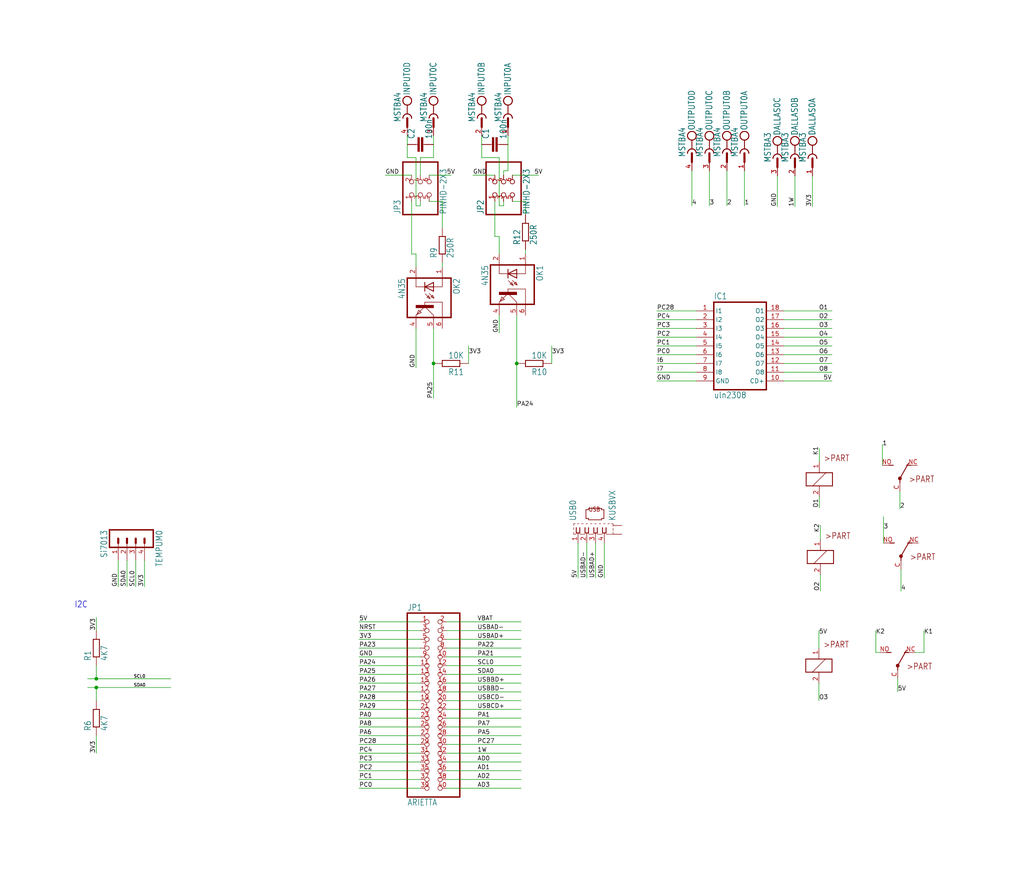
<source format=kicad_sch>
(kicad_sch (version 20220622) (generator eeschema)
  (paper "User" 297.002 253.568)
  (lib_symbols
    (symbol "py-home-slave-mini3-eagle-import:4N35"
      (property "Reference" "OK" (at -6.985 5.715 0))
      (property "Value" "4N35" (at -6.985 -10.16 0))
      (symbol "4N35_1_0"
        (polyline (pts (xy -7.62 2.54) (xy -4.445 2.54)) (stroke (width 0.1524)))
        (polyline (pts (xy -6.985 -7.62) (xy 4.445 -7.62)) (stroke (width 0.4064)))
        (polyline (pts (xy -6.985 5.08) (xy -6.985 -7.62)) (stroke (width 0.4064)))
        (polyline (pts (xy -6.985 5.08) (xy 4.445 5.08)) (stroke (width 0.4064)))
        (polyline (pts (xy -4.445 -5.08) (xy -7.62 -5.08)) (stroke (width 0.1524)))
        (polyline (pts (xy -4.445 -2.54) (xy -5.715 -2.54)) (stroke (width 0.254)))
        (polyline (pts (xy -4.445 -2.54) (xy -5.715 0)) (stroke (width 0.254)))
        (polyline (pts (xy -4.445 -2.54) (xy -4.445 -5.08)) (stroke (width 0.1524)))
        (polyline (pts (xy -4.445 0) (xy -5.715 0)) (stroke (width 0.254)))
        (polyline (pts (xy -4.445 0) (xy -4.445 -2.54)) (stroke (width 0.254)))
        (polyline (pts (xy -4.445 2.54) (xy -4.445 0)) (stroke (width 0.1524)))
        (polyline (pts (xy -3.175 -2.54) (xy -4.445 -2.54)) (stroke (width 0.254)))
        (polyline (pts (xy -3.175 0) (xy -4.445 -2.54)) (stroke (width 0.254)))
        (polyline (pts (xy -3.175 0) (xy -4.445 0)) (stroke (width 0.254)))
        (polyline (pts (xy -2.54 -1.27) (xy -1.143 0.127)) (stroke (width 0.1524)))
        (polyline (pts (xy -2.413 -2.413) (xy -1.016 -1.016)) (stroke (width 0.1524)))
        (polyline (pts (xy -2.032 -0.254) (xy -1.524 -0.762)) (stroke (width 0.1524)))
        (polyline (pts (xy -1.905 -1.397) (xy -1.397 -1.905)) (stroke (width 0.1524)))
        (polyline (pts (xy -1.524 -0.762) (xy -1.143 0.127)) (stroke (width 0.1524)))
        (polyline (pts (xy -1.397 -1.905) (xy -1.016 -1.016)) (stroke (width 0.1524)))
        (polyline (pts (xy -1.143 0.127) (xy -2.032 -0.254)) (stroke (width 0.1524)))
        (polyline (pts (xy -1.016 -1.016) (xy -1.905 -1.397)) (stroke (width 0.1524)))
        (polyline (pts (xy 0 -2.54) (xy 0 2.54)) (stroke (width 0.1524)))
        (polyline (pts (xy 0 -2.54) (xy 1.016 -2.54)) (stroke (width 0.1524)))
        (polyline (pts (xy 0 2.54) (xy 5.08 2.54)) (stroke (width 0.1524)))
        (polyline (pts (xy 1.27 -2.54) (xy 3.556 -4.826)) (stroke (width 0.1524)))
        (polyline (pts (xy 2.286 -4.318) (xy 3.048 -3.556)) (stroke (width 0.1524)))
        (polyline (pts (xy 3.048 -3.556) (xy 3.556 -4.826)) (stroke (width 0.1524)))
        (polyline (pts (xy 3.556 -4.826) (xy 2.286 -4.318)) (stroke (width 0.1524)))
        (polyline (pts (xy 3.556 -4.826) (xy 3.81 -5.08)) (stroke (width 0.1524)))
        (polyline (pts (xy 3.81 -5.08) (xy 5.08 -5.08)) (stroke (width 0.1524)))
        (polyline (pts (xy 3.81 0) (xy 1.27 -2.54)) (stroke (width 0.1524)))
        (polyline (pts (xy 3.81 0) (xy 5.08 0)) (stroke (width 0.1524)))
        (polyline (pts (xy 4.445 5.08) (xy 4.445 -7.62)) (stroke (width 0.4064)))
        (rectangle (start 0.889 -5.08) (end 1.651 0) (fill (type outline)))
        (pin passive line (at -10.16 2.54 0) (length 2.54) (name "A") (number "1"))
        (pin passive line (at -10.16 -5.08 0) (length 2.54) (name "C") (number "2"))
        (pin passive line (at 7.62 -5.08 180) (length 2.54) (name "EMI") (number "4"))
        (pin passive line (at 7.62 0 180) (length 2.54) (name "COL") (number "5"))
        (pin passive line (at 7.62 2.54 180) (length 2.54) (name "BAS") (number "6"))
      )
    )
    (symbol "py-home-slave-mini3-eagle-import:C2,5-3"
      (property "Reference" "C" (at 1.524 0.381 0))
      (property "Value" "C2,5-3" (at 1.524 -4.699 0))
      (symbol "C2,5-3_1_0"
        (rectangle (start -2.032 -2.032) (end 2.032 -1.524) (fill (type outline)))
        (rectangle (start -2.032 -1.016) (end 2.032 -0.508) (fill (type outline)))
        (polyline (pts (xy 0 -2.54) (xy 0 -2.032)) (stroke (width 0.1524)))
        (polyline (pts (xy 0 0) (xy 0 -0.508)) (stroke (width 0.1524)))
        (pin passive line (at 0 2.54 270) (length 2.54) (name "1") (number "1"))
        (pin passive line (at 0 -5.08 90) (length 2.54) (name "2") (number "2"))
      )
    )
    (symbol "py-home-slave-mini3-eagle-import:JS-M1"
      (symbol "JS-M1_1_0"
        (polyline (pts (xy -3.81 -1.905) (xy -1.905 -1.905)) (stroke (width 0.254)))
        (polyline (pts (xy -3.81 1.905) (xy -3.81 -1.905)) (stroke (width 0.254)))
        (polyline (pts (xy -1.905 -1.905) (xy 0 -1.905)) (stroke (width 0.254)))
        (polyline (pts (xy -1.905 -1.905) (xy 1.905 1.905)) (stroke (width 0.1524)))
        (polyline (pts (xy 0 -2.54) (xy 0 -1.905)) (stroke (width 0.1524)))
        (polyline (pts (xy 0 -1.905) (xy 3.81 -1.905)) (stroke (width 0.254)))
        (polyline (pts (xy 0 1.905) (xy -3.81 1.905)) (stroke (width 0.254)))
        (polyline (pts (xy 0 2.54) (xy 0 1.905)) (stroke (width 0.1524)))
        (polyline (pts (xy 1.905 1.905) (xy 0 1.905)) (stroke (width 0.254)))
        (polyline (pts (xy 3.81 -1.905) (xy 3.81 1.905)) (stroke (width 0.254)))
        (polyline (pts (xy 3.81 1.905) (xy 1.905 1.905)) (stroke (width 0.254)))
        (text ">PART" (at 1.27 5.08 0) (effects (font (size 1.778 1.5113)) (justify left bottom)))
        (pin passive line (at 0 5.08 270) (length 2.54) (name "1") (number "1"))
        (pin passive line (at 0 -5.08 90) (length 2.54) (name "2") (number "2"))
      )
      (symbol "JS-M1_2_0"
        (polyline (pts (xy -3.175 5.08) (xy -1.905 5.08)) (stroke (width 0.254)))
        (polyline (pts (xy 0 1.27) (xy 0 0)) (stroke (width 0.254)))
        (polyline (pts (xy 0 1.27) (xy 2.54 5.715)) (stroke (width 0.254)))
        (polyline (pts (xy 3.175 5.08) (xy 1.905 5.08)) (stroke (width 0.254)))
        (circle (center 0 1.27) (radius 0.127) (stroke (width 0.4064)))
        (text ">PART" (at 2.54 0 0) (effects (font (size 1.778 1.5113)) (justify left bottom)))
        (pin passive line (at 0 -2.54 90) (length 2.54) (name "P") (number "C"))
        (pin passive line (at 5.08 5.08 180) (length 2.54) (name "O") (number "NC"))
        (pin passive line (at -5.08 5.08 0) (length 2.54) (name "S") (number "NO"))
      )
    )
    (symbol "py-home-slave-mini3-eagle-import:KUSBVX"
      (property "Reference" "X" (at 1.27 5.588 0))
      (property "Value" "KUSBVX" (at 1.27 -5.842 0))
      (symbol "KUSBVX_1_0"
        (polyline (pts (xy -2.54 -5.08) (xy -1.905 -5.08)) (stroke (width 0.127)))
        (polyline (pts (xy -2.54 -3.048) (xy -2.54 -5.08)) (stroke (width 0.127)))
        (polyline (pts (xy -2.54 -2.54) (xy -2.159 -2.54)) (stroke (width 0.1524)))
        (polyline (pts (xy -2.54 -0.508) (xy -2.54 -2.032)) (stroke (width 0.127)))
        (polyline (pts (xy -2.54 0) (xy -2.159 0)) (stroke (width 0.1524)))
        (polyline (pts (xy -2.54 2.032) (xy -2.54 0.508)) (stroke (width 0.127)))
        (polyline (pts (xy -2.54 2.54) (xy -2.159 2.54)) (stroke (width 0.1524)))
        (polyline (pts (xy -2.54 4.572) (xy -2.54 3.048)) (stroke (width 0.127)))
        (polyline (pts (xy -2.54 5.08) (xy -2.159 5.08)) (stroke (width 0.1524)))
        (polyline (pts (xy -2.54 6.35) (xy -2.54 5.588)) (stroke (width 0.127)))
        (polyline (pts (xy -2.159 -3.048) (xy -0.635 -3.048)) (stroke (width 0.254)))
        (polyline (pts (xy -2.159 -2.54) (xy -2.159 -3.048)) (stroke (width 0.254)))
        (polyline (pts (xy -2.159 -2.032) (xy -2.159 -2.54)) (stroke (width 0.254)))
        (polyline (pts (xy -2.159 -0.508) (xy -0.635 -0.508)) (stroke (width 0.254)))
        (polyline (pts (xy -2.159 0) (xy -2.159 -0.508)) (stroke (width 0.254)))
        (polyline (pts (xy -2.159 0.508) (xy -2.159 0)) (stroke (width 0.254)))
        (polyline (pts (xy -2.159 2.032) (xy -0.635 2.032)) (stroke (width 0.254)))
        (polyline (pts (xy -2.159 2.54) (xy -2.159 2.032)) (stroke (width 0.254)))
        (polyline (pts (xy -2.159 3.048) (xy -2.159 2.54)) (stroke (width 0.254)))
        (polyline (pts (xy -2.159 4.572) (xy -0.635 4.572)) (stroke (width 0.254)))
        (polyline (pts (xy -2.159 5.08) (xy -2.159 4.572)) (stroke (width 0.254)))
        (polyline (pts (xy -2.159 5.588) (xy -2.159 5.08)) (stroke (width 0.254)))
        (polyline (pts (xy -1.905 6.35) (xy -2.54 6.35)) (stroke (width 0.127)))
        (polyline (pts (xy -1.524 -5.08) (xy -0.762 -5.08)) (stroke (width 0.127)))
        (polyline (pts (xy -0.635 -2.032) (xy -2.159 -2.032)) (stroke (width 0.254)))
        (polyline (pts (xy -0.635 0.508) (xy -2.159 0.508)) (stroke (width 0.254)))
        (polyline (pts (xy -0.635 3.048) (xy -2.159 3.048)) (stroke (width 0.254)))
        (polyline (pts (xy -0.635 5.588) (xy -2.159 5.588)) (stroke (width 0.254)))
        (polyline (pts (xy -0.635 6.35) (xy -1.27 6.35)) (stroke (width 0.127)))
        (polyline (pts (xy -0.254 -5.08) (xy 0.508 -5.08)) (stroke (width 0.127)))
        (polyline (pts (xy 0.508 -5.08) (xy 0.508 -4.572)) (stroke (width 0.127)))
        (polyline (pts (xy 0.508 -4.064) (xy 0.508 -3.556)) (stroke (width 0.127)))
        (polyline (pts (xy 0.508 -2.794) (xy 0.508 -2.286)) (stroke (width 0.127)))
        (polyline (pts (xy 0.508 -1.524) (xy 0.508 -1.016)) (stroke (width 0.127)))
        (polyline (pts (xy 0.508 -0.254) (xy 0.508 0.254)) (stroke (width 0.127)))
        (polyline (pts (xy 0.508 1.016) (xy 0.508 1.524)) (stroke (width 0.127)))
        (polyline (pts (xy 0.508 2.286) (xy 0.508 2.794)) (stroke (width 0.127)))
        (polyline (pts (xy 0.508 3.556) (xy 0.508 4.064)) (stroke (width 0.127)))
        (polyline (pts (xy 0.508 4.826) (xy 0.508 5.334)) (stroke (width 0.127)))
        (polyline (pts (xy 0.508 5.842) (xy 0.508 6.35)) (stroke (width 0.127)))
        (polyline (pts (xy 0.508 6.35) (xy 0 6.35)) (stroke (width 0.127)))
        (polyline (pts (xy 1.651 -1.778) (xy 2.032 -1.778)) (stroke (width 0.1998)))
        (polyline (pts (xy 1.651 2.032) (xy 1.651 -1.778)) (stroke (width 0.1998)))
        (polyline (pts (xy 2.032 -2.413) (xy 4.572 -2.413)) (stroke (width 0.1998)))
        (polyline (pts (xy 2.032 -1.778) (xy 2.032 -2.413)) (stroke (width 0.1998)))
        (polyline (pts (xy 2.032 2.032) (xy 1.651 2.032)) (stroke (width 0.1998)))
        (polyline (pts (xy 2.032 2.794) (xy 2.032 2.032)) (stroke (width 0.1998)))
        (polyline (pts (xy 4.572 -2.413) (xy 4.572 -1.778)) (stroke (width 0.1998)))
        (polyline (pts (xy 4.572 -1.778) (xy 4.953 -1.778)) (stroke (width 0.1998)))
        (polyline (pts (xy 4.572 2.032) (xy 4.572 2.794)) (stroke (width 0.1998)))
        (polyline (pts (xy 4.572 2.794) (xy 2.032 2.794)) (stroke (width 0.1998)))
        (polyline (pts (xy 4.953 -1.778) (xy 4.953 2.032)) (stroke (width 0.1998)))
        (polyline (pts (xy 4.953 2.032) (xy 4.572 2.032)) (stroke (width 0.1998)))
        (text "USB" (at 3.937 -1.397 900) (effects (font (size 1.27 1.0795)) (justify left bottom)))
        (pin passive line (at -5.08 5.08 0) (length 2.54) (name "1") (number "1"))
        (pin passive line (at -5.08 2.54 0) (length 2.54) (name "2") (number "2"))
        (pin passive line (at -5.08 0 0) (length 2.54) (name "3") (number "3"))
        (pin passive line (at -5.08 -2.54 0) (length 2.54) (name "4") (number "4"))
        (pin passive line (at -2.54 -7.62 90) (length 2.54) (name "S1") (number "M1"))
        (pin passive line (at 0 -7.62 90) (length 2.54) (name "S2") (number "M2"))
      )
    )
    (symbol "py-home-slave-mini3-eagle-import:MA04-1"
      (property "Reference" "SV" (at -1.27 5.842 0))
      (property "Value" "MA04-1" (at -1.27 -10.16 0))
      (symbol "MA04-1_1_0"
        (polyline (pts (xy -1.27 5.08) (xy -1.27 -7.62)) (stroke (width 0.4064)))
        (polyline (pts (xy -1.27 5.08) (xy 3.81 5.08)) (stroke (width 0.4064)))
        (polyline (pts (xy 1.27 -5.08) (xy 2.54 -5.08)) (stroke (width 0.6096)))
        (polyline (pts (xy 1.27 -2.54) (xy 2.54 -2.54)) (stroke (width 0.6096)))
        (polyline (pts (xy 1.27 0) (xy 2.54 0)) (stroke (width 0.6096)))
        (polyline (pts (xy 1.27 2.54) (xy 2.54 2.54)) (stroke (width 0.6096)))
        (polyline (pts (xy 3.81 -7.62) (xy -1.27 -7.62)) (stroke (width 0.4064)))
        (polyline (pts (xy 3.81 -7.62) (xy 3.81 5.08)) (stroke (width 0.4064)))
        (pin passive line (at 7.62 -5.08 180) (length 5.08) (name "1") (number "1"))
        (pin passive line (at 7.62 -2.54 180) (length 5.08) (name "2") (number "2"))
        (pin passive line (at 7.62 0 180) (length 5.08) (name "3") (number "3"))
        (pin passive line (at 7.62 2.54 180) (length 5.08) (name "4") (number "4"))
      )
    )
    (symbol "py-home-slave-mini3-eagle-import:MSTBA3"
      (property "Reference" "X" (at -6.604 0.889 0))
      (property "Value" "MSTBA3" (at -7.62 -3.81 0))
      (symbol "MSTBA3_1_0"
        (circle (center -5.08 0) (radius 1.27) (stroke (width 0.254)))
        (circle (center -5.08 0) (radius 1.27) (stroke (width 0.254)))
        (arc (start -1.27 0) (mid -0.898 -0.898) (end 0 -1.27) (stroke (width 0.254)))
        (polyline (pts (xy -3.81 0) (xy -1.27 0)) (stroke (width 0.254)))
        (polyline (pts (xy 0 0) (xy 2.54 0)) (stroke (width 0.6096)))
        (arc (start 0 1.27) (mid -0.898 0.898) (end -1.27 0) (stroke (width 0.254)))
        (arc (start 0 1.27) (mid -1.27 0) (end 0 -1.27) (stroke (width 0.254)))
        (pin passive line (at 5.08 0 180) (length 2.54) (name "1") (number "1"))
      )
      (symbol "MSTBA3_2_0"
        (circle (center -5.08 0) (radius 1.27) (stroke (width 0.254)))
        (circle (center -5.08 0) (radius 1.27) (stroke (width 0.254)))
        (arc (start -1.27 0) (mid -0.898 -0.898) (end 0 -1.27) (stroke (width 0.254)))
        (polyline (pts (xy -3.81 0) (xy -1.27 0)) (stroke (width 0.254)))
        (polyline (pts (xy 0 0) (xy 2.54 0)) (stroke (width 0.6096)))
        (arc (start 0 1.27) (mid -0.898 0.898) (end -1.27 0) (stroke (width 0.254)))
        (arc (start 0 1.27) (mid -1.27 0) (end 0 -1.27) (stroke (width 0.254)))
        (pin passive line (at 5.08 0 180) (length 2.54) (name "1") (number "2"))
      )
      (symbol "MSTBA3_3_0"
        (circle (center -5.08 0) (radius 1.27) (stroke (width 0.254)))
        (circle (center -5.08 0) (radius 1.27) (stroke (width 0.254)))
        (arc (start -1.27 0) (mid -0.898 -0.898) (end 0 -1.27) (stroke (width 0.254)))
        (polyline (pts (xy -3.81 0) (xy -1.27 0)) (stroke (width 0.254)))
        (polyline (pts (xy 0 0) (xy 2.54 0)) (stroke (width 0.6096)))
        (arc (start 0 1.27) (mid -0.898 0.898) (end -1.27 0) (stroke (width 0.254)))
        (arc (start 0 1.27) (mid -1.27 0) (end 0 -1.27) (stroke (width 0.254)))
        (pin passive line (at 5.08 0 180) (length 2.54) (name "1") (number "3"))
      )
    )
    (symbol "py-home-slave-mini3-eagle-import:MSTBA4"
      (property "Reference" "X" (at -6.604 0.889 0))
      (property "Value" "MSTBA4" (at -7.62 -3.81 0))
      (symbol "MSTBA4_1_0"
        (circle (center -5.08 0) (radius 1.27) (stroke (width 0.254)))
        (circle (center -5.08 0) (radius 1.27) (stroke (width 0.254)))
        (arc (start -1.27 0) (mid -0.898 -0.898) (end 0 -1.27) (stroke (width 0.254)))
        (polyline (pts (xy -3.81 0) (xy -1.27 0)) (stroke (width 0.254)))
        (polyline (pts (xy 0 0) (xy 2.54 0)) (stroke (width 0.6096)))
        (arc (start 0 1.27) (mid -0.898 0.898) (end -1.27 0) (stroke (width 0.254)))
        (arc (start 0 1.27) (mid -1.27 0) (end 0 -1.27) (stroke (width 0.254)))
        (pin passive line (at 5.08 0 180) (length 2.54) (name "1") (number "1"))
      )
      (symbol "MSTBA4_2_0"
        (circle (center -5.08 0) (radius 1.27) (stroke (width 0.254)))
        (circle (center -5.08 0) (radius 1.27) (stroke (width 0.254)))
        (arc (start -1.27 0) (mid -0.898 -0.898) (end 0 -1.27) (stroke (width 0.254)))
        (polyline (pts (xy -3.81 0) (xy -1.27 0)) (stroke (width 0.254)))
        (polyline (pts (xy 0 0) (xy 2.54 0)) (stroke (width 0.6096)))
        (arc (start 0 1.27) (mid -0.898 0.898) (end -1.27 0) (stroke (width 0.254)))
        (arc (start 0 1.27) (mid -1.27 0) (end 0 -1.27) (stroke (width 0.254)))
        (pin passive line (at 5.08 0 180) (length 2.54) (name "1") (number "2"))
      )
      (symbol "MSTBA4_3_0"
        (circle (center -5.08 0) (radius 1.27) (stroke (width 0.254)))
        (circle (center -5.08 0) (radius 1.27) (stroke (width 0.254)))
        (arc (start -1.27 0) (mid -0.898 -0.898) (end 0 -1.27) (stroke (width 0.254)))
        (polyline (pts (xy -3.81 0) (xy -1.27 0)) (stroke (width 0.254)))
        (polyline (pts (xy 0 0) (xy 2.54 0)) (stroke (width 0.6096)))
        (arc (start 0 1.27) (mid -0.898 0.898) (end -1.27 0) (stroke (width 0.254)))
        (arc (start 0 1.27) (mid -1.27 0) (end 0 -1.27) (stroke (width 0.254)))
        (pin passive line (at 5.08 0 180) (length 2.54) (name "1") (number "3"))
      )
      (symbol "MSTBA4_4_0"
        (circle (center -5.08 0) (radius 1.27) (stroke (width 0.254)))
        (circle (center -5.08 0) (radius 1.27) (stroke (width 0.254)))
        (arc (start -1.27 0) (mid -0.898 -0.898) (end 0 -1.27) (stroke (width 0.254)))
        (polyline (pts (xy -3.81 0) (xy -1.27 0)) (stroke (width 0.254)))
        (polyline (pts (xy 0 0) (xy 2.54 0)) (stroke (width 0.6096)))
        (arc (start 0 1.27) (mid -0.898 0.898) (end -1.27 0) (stroke (width 0.254)))
        (arc (start 0 1.27) (mid -1.27 0) (end 0 -1.27) (stroke (width 0.254)))
        (pin passive line (at 5.08 0 180) (length 2.54) (name "1") (number "4"))
      )
    )
    (symbol "py-home-slave-mini3-eagle-import:PINHD-2X20"
      (property "Reference" "JP" (at -6.35 26.035 0))
      (property "Value" "PINHD-2X20" (at -6.35 -30.48 0))
      (symbol "PINHD-2X20_1_0"
        (polyline (pts (xy -6.35 -27.94) (xy 8.89 -27.94)) (stroke (width 0.4064)))
        (polyline (pts (xy -6.35 25.4) (xy -6.35 -27.94)) (stroke (width 0.4064)))
        (polyline (pts (xy 8.89 -27.94) (xy 8.89 25.4)) (stroke (width 0.4064)))
        (polyline (pts (xy 8.89 25.4) (xy -6.35 25.4)) (stroke (width 0.4064)))
        (pin passive inverted (at -2.54 22.86 0) (length 2.54) (name "1") (number "1"))
        (pin passive inverted (at 5.08 12.7 180) (length 2.54) (name "10") (number "10"))
        (pin passive inverted (at -2.54 10.16 0) (length 2.54) (name "11") (number "11"))
        (pin passive inverted (at 5.08 10.16 180) (length 2.54) (name "12") (number "12"))
        (pin passive inverted (at -2.54 7.62 0) (length 2.54) (name "13") (number "13"))
        (pin passive inverted (at 5.08 7.62 180) (length 2.54) (name "14") (number "14"))
        (pin passive inverted (at -2.54 5.08 0) (length 2.54) (name "15") (number "15"))
        (pin passive inverted (at 5.08 5.08 180) (length 2.54) (name "16") (number "16"))
        (pin passive inverted (at -2.54 2.54 0) (length 2.54) (name "17") (number "17"))
        (pin passive inverted (at 5.08 2.54 180) (length 2.54) (name "18") (number "18"))
        (pin passive inverted (at -2.54 0 0) (length 2.54) (name "19") (number "19"))
        (pin passive inverted (at 5.08 22.86 180) (length 2.54) (name "2") (number "2"))
        (pin passive inverted (at 5.08 0 180) (length 2.54) (name "20") (number "20"))
        (pin passive inverted (at -2.54 -2.54 0) (length 2.54) (name "21") (number "21"))
        (pin passive inverted (at 5.08 -2.54 180) (length 2.54) (name "22") (number "22"))
        (pin passive inverted (at -2.54 -5.08 0) (length 2.54) (name "23") (number "23"))
        (pin passive inverted (at 5.08 -5.08 180) (length 2.54) (name "24") (number "24"))
        (pin passive inverted (at -2.54 -7.62 0) (length 2.54) (name "25") (number "25"))
        (pin passive inverted (at 5.08 -7.62 180) (length 2.54) (name "26") (number "26"))
        (pin passive inverted (at -2.54 -10.16 0) (length 2.54) (name "27") (number "27"))
        (pin passive inverted (at 5.08 -10.16 180) (length 2.54) (name "28") (number "28"))
        (pin passive inverted (at -2.54 -12.7 0) (length 2.54) (name "29") (number "29"))
        (pin passive inverted (at -2.54 20.32 0) (length 2.54) (name "3") (number "3"))
        (pin passive inverted (at 5.08 -12.7 180) (length 2.54) (name "30") (number "30"))
        (pin passive inverted (at -2.54 -15.24 0) (length 2.54) (name "31") (number "31"))
        (pin passive inverted (at 5.08 -15.24 180) (length 2.54) (name "32") (number "32"))
        (pin passive inverted (at -2.54 -17.78 0) (length 2.54) (name "33") (number "33"))
        (pin passive inverted (at 5.08 -17.78 180) (length 2.54) (name "34") (number "34"))
        (pin passive inverted (at -2.54 -20.32 0) (length 2.54) (name "35") (number "35"))
        (pin passive inverted (at 5.08 -20.32 180) (length 2.54) (name "36") (number "36"))
        (pin passive inverted (at -2.54 -22.86 0) (length 2.54) (name "37") (number "37"))
        (pin passive inverted (at 5.08 -22.86 180) (length 2.54) (name "38") (number "38"))
        (pin passive inverted (at -2.54 -25.4 0) (length 2.54) (name "39") (number "39"))
        (pin passive inverted (at 5.08 20.32 180) (length 2.54) (name "4") (number "4"))
        (pin passive inverted (at 5.08 -25.4 180) (length 2.54) (name "40") (number "40"))
        (pin passive inverted (at -2.54 17.78 0) (length 2.54) (name "5") (number "5"))
        (pin passive inverted (at 5.08 17.78 180) (length 2.54) (name "6") (number "6"))
        (pin passive inverted (at -2.54 15.24 0) (length 2.54) (name "7") (number "7"))
        (pin passive inverted (at 5.08 15.24 180) (length 2.54) (name "8") (number "8"))
        (pin passive inverted (at -2.54 12.7 0) (length 2.54) (name "9") (number "9"))
      )
    )
    (symbol "py-home-slave-mini3-eagle-import:PINHD-2X3"
      (property "Reference" "JP" (at -6.35 5.715 0))
      (property "Value" "PINHD-2X3" (at -6.35 -7.62 0))
      (symbol "PINHD-2X3_1_0"
        (polyline (pts (xy -6.35 -5.08) (xy 8.89 -5.08)) (stroke (width 0.4064)))
        (polyline (pts (xy -6.35 5.08) (xy -6.35 -5.08)) (stroke (width 0.4064)))
        (polyline (pts (xy 8.89 -5.08) (xy 8.89 5.08)) (stroke (width 0.4064)))
        (polyline (pts (xy 8.89 5.08) (xy -6.35 5.08)) (stroke (width 0.4064)))
        (pin passive inverted (at -2.54 2.54 0) (length 2.54) (name "1") (number "1"))
        (pin passive inverted (at 5.08 2.54 180) (length 2.54) (name "2") (number "2"))
        (pin passive inverted (at -2.54 0 0) (length 2.54) (name "3") (number "3"))
        (pin passive inverted (at 5.08 0 180) (length 2.54) (name "4") (number "4"))
        (pin passive inverted (at -2.54 -2.54 0) (length 2.54) (name "5") (number "5"))
        (pin passive inverted (at 5.08 -2.54 180) (length 2.54) (name "6") (number "6"))
      )
    )
    (symbol "py-home-slave-mini3-eagle-import:R-EU_0204{slash}2V"
      (property "Reference" "R" (at -3.81 1.4986 0))
      (property "Value" "R-EU_0204{slash}2V" (at -3.81 -3.302 0))
      (symbol "R-EU_0204{slash}2V_1_0"
        (polyline (pts (xy -2.54 -0.889) (xy -2.54 0.889)) (stroke (width 0.254)))
        (polyline (pts (xy -2.54 -0.889) (xy 2.54 -0.889)) (stroke (width 0.254)))
        (polyline (pts (xy 2.54 -0.889) (xy 2.54 0.889)) (stroke (width 0.254)))
        (polyline (pts (xy 2.54 0.889) (xy -2.54 0.889)) (stroke (width 0.254)))
        (pin passive line (at -5.08 0 0) (length 2.54) (name "1") (number "1"))
        (pin passive line (at 5.08 0 180) (length 2.54) (name "2") (number "2"))
      )
    )
    (symbol "py-home-slave-mini3-eagle-import:ULN2803A"
      (property "Reference" "IC" (at -7.62 13.462 0))
      (property "Value" "ULN2803A" (at -7.62 -15.24 0))
      (symbol "ULN2803A_1_0"
        (polyline (pts (xy -7.62 12.7) (xy -7.62 -12.7)) (stroke (width 0.4064)))
        (polyline (pts (xy -7.62 12.7) (xy 7.62 12.7)) (stroke (width 0.4064)))
        (polyline (pts (xy 7.62 -12.7) (xy -7.62 -12.7)) (stroke (width 0.4064)))
        (polyline (pts (xy 7.62 -12.7) (xy 7.62 12.7)) (stroke (width 0.4064)))
        (pin input line (at -12.7 10.16 0) (length 5.08) (name "I1") (number "1"))
        (pin passive line (at 12.7 -10.16 180) (length 5.08) (name "CD+") (number "10"))
        (pin open_collector line (at 12.7 -7.62 180) (length 5.08) (name "O8") (number "11"))
        (pin open_collector line (at 12.7 -5.08 180) (length 5.08) (name "O7") (number "12"))
        (pin open_collector line (at 12.7 -2.54 180) (length 5.08) (name "O6") (number "13"))
        (pin open_collector line (at 12.7 0 180) (length 5.08) (name "O5") (number "14"))
        (pin open_collector line (at 12.7 2.54 180) (length 5.08) (name "O4") (number "15"))
        (pin open_collector line (at 12.7 5.08 180) (length 5.08) (name "O3") (number "16"))
        (pin open_collector line (at 12.7 7.62 180) (length 5.08) (name "O2") (number "17"))
        (pin open_collector line (at 12.7 10.16 180) (length 5.08) (name "O1") (number "18"))
        (pin input line (at -12.7 7.62 0) (length 5.08) (name "I2") (number "2"))
        (pin input line (at -12.7 5.08 0) (length 5.08) (name "I3") (number "3"))
        (pin input line (at -12.7 2.54 0) (length 5.08) (name "I4") (number "4"))
        (pin input line (at -12.7 0 0) (length 5.08) (name "I5") (number "5"))
        (pin input line (at -12.7 -2.54 0) (length 5.08) (name "I6") (number "6"))
        (pin input line (at -12.7 -5.08 0) (length 5.08) (name "I7") (number "7"))
        (pin input line (at -12.7 -7.62 0) (length 5.08) (name "I8") (number "8"))
        (pin power_in line (at -12.7 -10.16 0) (length 5.08) (name "GND") (number "9"))
      )
    )
  )
  (junction (at 27.94 196.85))
  (junction (at 149.86 105.41))
  (junction (at 27.94 199.39))
  (junction (at 125.73 105.41))
  (wire (pts (xy 237.9345 156.464) (xy 237.9345 152.3365)))
  (wire (pts (xy 225.4631 51.0286) (xy 225.4631 59.9186)))
  (wire (pts (xy 128.27 77.47) (xy 128.27 76.2)))
  (wire (pts (xy 125.73 45.72) (xy 125.73 41.91)))
  (wire (pts (xy 121.92 187.96) (xy 104.14 187.96)))
  (wire (pts (xy 124.46 58.42) (xy 128.27 58.42)))
  (wire (pts (xy 147.32 41.91) (xy 147.32 49.53)))
  (wire (pts (xy 227.33 92.71) (xy 241.3 92.71)))
  (wire (pts (xy 119.38 73.66) (xy 120.65 73.66)))
  (wire (pts (xy 121.92 213.36) (xy 104.14 213.36)))
  (wire (pts (xy 261.3025 165.1) (xy 261.3025 171.45)))
  (wire (pts (xy 139.7 39.37) (xy 139.7 41.91)))
  (wire (pts (xy 237.9345 166.624) (xy 237.9345 171.3865)))
  (wire (pts (xy 121.92 59.69) (xy 121.92 58.42)))
  (wire (pts (xy 121.92 193.04) (xy 104.14 193.04)))
  (wire (pts (xy 49.53 196.85) (xy 27.94 196.85)))
  (wire (pts (xy 255.905 134.9375) (xy 255.905 128.905)))
  (wire (pts (xy 129.54 187.96) (xy 151.13 187.96)))
  (wire (pts (xy 121.92 45.72) (xy 125.73 45.72)))
  (wire (pts (xy 129.54 182.88) (xy 151.13 182.88)))
  (wire (pts (xy 152.4 58.42) (xy 152.4 62.23)))
  (wire (pts (xy 143.51 58.42) (xy 143.51 68.58)))
  (wire (pts (xy 129.54 193.04) (xy 151.13 193.04)))
  (wire (pts (xy 230.5431 51.0286) (xy 230.5431 59.9186)))
  (wire (pts (xy 27.94 196.85) (xy 25.4 196.85)))
  (wire (pts (xy 147.32 49.53) (xy 146.05 49.53)))
  (wire (pts (xy 129.54 205.74) (xy 151.13 205.74)))
  (wire (pts (xy 227.33 100.33) (xy 241.3 100.33)))
  (wire (pts (xy 124.46 50.8) (xy 130.81 50.8)))
  (wire (pts (xy 120.65 59.69) (xy 121.92 59.69)))
  (wire (pts (xy 129.54 223.52) (xy 151.13 223.52)))
  (wire (pts (xy 144.78 59.69) (xy 146.05 59.69)))
  (wire (pts (xy 201.93 110.49) (xy 190.5 110.49)))
  (wire (pts (xy 129.54 198.12) (xy 151.13 198.12)))
  (wire (pts (xy 129.54 208.28) (xy 151.13 208.28)))
  (wire (pts (xy 121.92 195.58) (xy 104.14 195.58)))
  (wire (pts (xy 121.92 215.9) (xy 104.14 215.9)))
  (wire (pts (xy 237.617 144.0815) (xy 237.617 147.2565)))
  (wire (pts (xy 210.82 49.53) (xy 210.82 59.69)))
  (wire (pts (xy 235.6231 51.0286) (xy 235.6231 59.9186)))
  (wire (pts (xy 121.92 228.6) (xy 104.14 228.6)))
  (wire (pts (xy 201.93 92.71) (xy 190.5 92.71)))
  (wire (pts (xy 119.38 58.42) (xy 119.38 73.66)))
  (wire (pts (xy 160.02 105.41) (xy 160.02 100.33)))
  (wire (pts (xy 227.33 105.41) (xy 241.3 105.41)))
  (wire (pts (xy 121.92 200.66) (xy 104.14 200.66)))
  (wire (pts (xy 121.92 205.74) (xy 104.14 205.74)))
  (wire (pts (xy 119.38 50.8) (xy 111.76 50.8)))
  (wire (pts (xy 227.33 95.25) (xy 241.3 95.25)))
  (wire (pts (xy 121.92 220.98) (xy 104.14 220.98)))
  (wire (pts (xy 147.32 39.37) (xy 147.32 41.91)))
  (wire (pts (xy 254 189.23) (xy 254 182.88)))
  (wire (pts (xy 237.49 198.12) (xy 237.49 203.2)))
  (wire (pts (xy 200.66 49.53) (xy 200.66 59.69)))
  (wire (pts (xy 121.92 208.28) (xy 104.14 208.28)))
  (wire (pts (xy 201.93 107.95) (xy 190.5 107.95)))
  (wire (pts (xy 129.54 200.66) (xy 151.13 200.66)))
  (wire (pts (xy 128.27 58.42) (xy 128.27 66.04)))
  (wire (pts (xy 120.65 73.66) (xy 120.65 77.47)))
  (wire (pts (xy 255.27 189.23) (xy 254 189.23)))
  (wire (pts (xy 121.92 50.8) (xy 121.92 45.72)))
  (wire (pts (xy 121.92 180.34) (xy 104.14 180.34)))
  (wire (pts (xy 201.93 97.79) (xy 190.5 97.79)))
  (wire (pts (xy 121.92 226.06) (xy 104.14 226.06)))
  (wire (pts (xy 27.94 182.88) (xy 27.94 179.07)))
  (wire (pts (xy 146.05 49.53) (xy 146.05 50.8)))
  (wire (pts (xy 120.65 95.25) (xy 120.65 106.68)))
  (wire (pts (xy 201.93 102.87) (xy 190.5 102.87)))
  (wire (pts (xy 237.49 187.96) (xy 237.49 182.88)))
  (wire (pts (xy 129.54 218.44) (xy 151.13 218.44)))
  (wire (pts (xy 149.86 105.41) (xy 149.86 118.11)))
  (wire (pts (xy 260.35 196.85) (xy 260.35 200.66)))
  (wire (pts (xy 118.11 41.91) (xy 118.11 45.72)))
  (wire (pts (xy 125.73 105.41) (xy 125.73 115.57)))
  (wire (pts (xy 129.54 180.34) (xy 151.13 180.34)))
  (wire (pts (xy 260.985 142.5575) (xy 260.985 147.6375)))
  (wire (pts (xy 256.2225 157.48) (xy 256.2225 149.86)))
  (wire (pts (xy 27.94 213.36) (xy 27.94 218.44)))
  (wire (pts (xy 227.33 107.95) (xy 241.3 107.95)))
  (wire (pts (xy 41.91 162.56) (xy 41.91 170.18)))
  (wire (pts (xy 129.54 195.58) (xy 151.13 195.58)))
  (wire (pts (xy 27.94 193.04) (xy 27.94 196.85)))
  (wire (pts (xy 152.4 73.66) (xy 152.4 72.39)))
  (wire (pts (xy 129.54 210.82) (xy 151.13 210.82)))
  (wire (pts (xy 139.7 45.72) (xy 144.78 45.72)))
  (wire (pts (xy 265.43 189.23) (xy 267.97 189.23)))
  (wire (pts (xy 227.33 110.49) (xy 241.3 110.49)))
  (wire (pts (xy 144.78 68.58) (xy 144.78 73.66)))
  (wire (pts (xy 36.83 162.56) (xy 36.83 170.18)))
  (wire (pts (xy 215.9 49.53) (xy 215.9 59.69)))
  (wire (pts (xy 129.54 228.6) (xy 151.13 228.6)))
  (wire (pts (xy 27.94 203.2) (xy 27.94 199.39)))
  (wire (pts (xy 201.93 95.25) (xy 190.5 95.25)))
  (wire (pts (xy 148.59 58.42) (xy 152.4 58.42)))
  (wire (pts (xy 49.53 199.39) (xy 27.94 199.39)))
  (wire (pts (xy 121.92 203.2) (xy 104.14 203.2)))
  (wire (pts (xy 227.33 90.17) (xy 241.3 90.17)))
  (wire (pts (xy 267.97 189.23) (xy 267.97 182.88)))
  (wire (pts (xy 27.94 199.39) (xy 25.4 199.39)))
  (wire (pts (xy 129.54 220.98) (xy 151.13 220.98)))
  (wire (pts (xy 201.93 105.41) (xy 190.5 105.41)))
  (wire (pts (xy 143.51 68.58) (xy 144.78 68.58)))
  (wire (pts (xy 129.54 226.06) (xy 151.13 226.06)))
  (wire (pts (xy 167.64 157.48) (xy 167.64 167.64)))
  (wire (pts (xy 121.92 190.5) (xy 104.14 190.5)))
  (wire (pts (xy 34.29 162.56) (xy 34.29 170.18)))
  (wire (pts (xy 129.54 185.42) (xy 151.13 185.42)))
  (wire (pts (xy 121.92 223.52) (xy 104.14 223.52)))
  (wire (pts (xy 129.54 215.9) (xy 151.13 215.9)))
  (wire (pts (xy 135.89 105.41) (xy 135.89 100.33)))
  (wire (pts (xy 205.74 49.53) (xy 205.74 59.69)))
  (wire (pts (xy 146.05 59.69) (xy 146.05 58.42)))
  (wire (pts (xy 201.93 100.33) (xy 190.5 100.33)))
  (wire (pts (xy 170.18 157.48) (xy 170.18 167.64)))
  (wire (pts (xy 201.93 90.17) (xy 190.5 90.17)))
  (wire (pts (xy 144.78 91.44) (xy 144.78 96.52)))
  (wire (pts (xy 139.7 41.91) (xy 139.7 45.72)))
  (wire (pts (xy 121.92 218.44) (xy 104.14 218.44)))
  (wire (pts (xy 227.33 102.87) (xy 241.3 102.87)))
  (wire (pts (xy 121.92 198.12) (xy 104.14 198.12)))
  (wire (pts (xy 120.65 45.72) (xy 120.65 59.69)))
  (wire (pts (xy 144.78 45.72) (xy 144.78 59.69)))
  (wire (pts (xy 149.86 91.44) (xy 149.86 105.41)))
  (wire (pts (xy 237.617 133.9215) (xy 237.617 130.1115)))
  (wire (pts (xy 125.73 41.91) (xy 125.73 39.37)))
  (wire (pts (xy 118.11 39.37) (xy 118.11 41.91)))
  (wire (pts (xy 121.92 185.42) (xy 104.14 185.42)))
  (wire (pts (xy 118.11 45.72) (xy 120.65 45.72)))
  (wire (pts (xy 143.51 50.8) (xy 137.16 50.8)))
  (wire (pts (xy 121.92 210.82) (xy 104.14 210.82)))
  (wire (pts (xy 39.37 162.56) (xy 39.37 170.18)))
  (wire (pts (xy 129.54 203.2) (xy 151.13 203.2)))
  (wire (pts (xy 129.54 213.36) (xy 151.13 213.36)))
  (wire (pts (xy 227.33 97.79) (xy 241.3 97.79)))
  (wire (pts (xy 121.92 182.88) (xy 104.14 182.88)))
  (wire (pts (xy 175.26 157.48) (xy 175.26 167.64)))
  (wire (pts (xy 148.59 50.8) (xy 156.21 50.8)))
  (wire (pts (xy 129.54 190.5) (xy 151.13 190.5)))
  (wire (pts (xy 172.72 157.48) (xy 172.72 167.64)))
  (wire (pts (xy 125.73 95.25) (xy 125.73 105.41)))
  (text "I2C" (at 21.59 176.53 0) (effects (font (size 1.778 1.5113)) (justify left bottom)))
  (label "O5" (at 237.49 100.33 0) (effects (font (size 1.2446 1.2446))))
  (label "USBBD+" (at 138.43 198.12 0) (effects (font (size 1.2446 1.2446))))
  (label "GND" (at 111.76 50.8 0) (effects (font (size 1.2446 1.2446))))
  (label "PC0" (at 104.14 228.6 0) (effects (font (size 1.2446 1.2446))))
  (label "K2" (at 237.9345 154.4003 90) (effects (font (size 1.2446 1.2446))))
  (label "USBAD+" (at 172.72 167.64 90) (effects (font (size 1.2446 1.2446))))
  (label "1W" (at 138.43 218.44 0) (effects (font (size 1.2446 1.2446))))
  (label "PA29" (at 104.14 205.74 0) (effects (font (size 1.2446 1.2446))))
  (label "O1" (at 237.617 147.2565 90) (effects (font (size 1.2446 1.2446))))
  (label "O8" (at 237.49 107.95 0) (effects (font (size 1.2446 1.2446))))
  (label "PA8" (at 104.14 210.82 0) (effects (font (size 1.2446 1.2446))))
  (label "SDA0" (at 138.43 195.58 0) (effects (font (size 1.2446 1.2446))))
  (label "PA24" (at 104.14 193.04 0) (effects (font (size 1.2446 1.2446))))
  (label "PC2" (at 104.14 223.52 0) (effects (font (size 1.2446 1.2446))))
  (label "O7" (at 237.49 105.41 0) (effects (font (size 1.2446 1.2446))))
  (label "GND" (at 104.14 190.5 0) (effects (font (size 1.2446 1.2446))))
  (label "GND" (at 137.16 50.8 0) (effects (font (size 1.2446 1.2446))))
  (label "5V" (at 237.49 184.15 0) (effects (font (size 1.2446 1.2446))))
  (label "PA0" (at 104.14 208.28 0) (effects (font (size 1.2446 1.2446))))
  (label "PA22" (at 138.43 187.96 0) (effects (font (size 1.2446 1.2446))))
  (label "SCL0" (at 39.37 170.18 90) (effects (font (size 1.2446 1.2446))))
  (label "PC1" (at 190.5 100.33 0) (effects (font (size 1.2446 1.2446))))
  (label "3" (at 256.2225 153.67 0) (effects (font (size 1.2446 1.2446))))
  (label "PC28" (at 104.14 215.9 0) (effects (font (size 1.2446 1.2446))))
  (label "K2" (at 254 184.15 0) (effects (font (size 1.2446 1.2446))))
  (label "GND" (at 34.29 170.18 90) (effects (font (size 1.2446 1.2446))))
  (label "SDA0" (at 36.83 170.18 90) (effects (font (size 1.2446 1.2446))))
  (label "4" (at 261.3025 171.45 0) (effects (font (size 1.2446 1.2446))))
  (label "5V" (at 238.76 110.49 0) (effects (font (size 1.2446 1.2446))))
  (label "PA25" (at 125.73 115.57 90) (effects (font (size 1.2446 1.2446))))
  (label "VBAT" (at 138.43 180.34 0) (effects (font (size 1.2446 1.2446))))
  (label "PA7" (at 138.43 210.82 0) (effects (font (size 1.2446 1.2446))))
  (label "PC27" (at 138.43 215.9 0) (effects (font (size 1.2446 1.2446))))
  (label "1W" (at 230.5431 59.9186 90) (effects (font (size 1.2446 1.2446))))
  (label "PA23" (at 104.14 187.96 0) (effects (font (size 1.2446 1.2446))))
  (label "PC4" (at 104.14 218.44 0) (effects (font (size 1.2446 1.2446))))
  (label "5V" (at 154.94 50.8 0) (effects (font (size 1.2446 1.2446))))
  (label "USBBD-" (at 138.43 200.66 0) (effects (font (size 1.2446 1.2446))))
  (label "PA27" (at 104.14 200.66 0) (effects (font (size 1.2446 1.2446))))
  (label "USBAD-" (at 138.43 182.88 0) (effects (font (size 1.2446 1.2446))))
  (label "USBAD-" (at 170.18 167.64 90) (effects (font (size 1.2446 1.2446))))
  (label "O2" (at 237.9345 171.3865 90) (effects (font (size 1.2446 1.2446))))
  (label "SCL0" (at 138.43 193.04 0) (effects (font (size 1.2446 1.2446))))
  (label "AD2" (at 138.43 226.06 0) (effects (font (size 1.2446 1.2446))))
  (label "AD1" (at 138.43 223.52 0) (effects (font (size 1.2446 1.2446))))
  (label "3" (at 205.74 59.69 0) (effects (font (size 1.2446 1.2446))))
  (label "O6" (at 237.49 102.87 0) (effects (font (size 1.2446 1.2446))))
  (label "5V" (at 104.14 180.34 0) (effects (font (size 1.2446 1.2446))))
  (label "USBAD+" (at 138.43 185.42 0) (effects (font (size 1.2446 1.2446))))
  (label "3V3" (at 235.6231 59.9186 90) (effects (font (size 1.2446 1.2446))))
  (label "3V3" (at 160.02 102.87 0) (effects (font (size 1.2446 1.2446))))
  (label "O2" (at 237.49 92.71 0) (effects (font (size 1.2446 1.2446))))
  (label "O1" (at 237.49 90.17 0) (effects (font (size 1.2446 1.2446))))
  (label "PC3" (at 190.5 95.25 0) (effects (font (size 1.2446 1.2446))))
  (label "1" (at 255.905 129.54 0) (effects (font (size 1.2446 1.2446))))
  (label "3V3" (at 104.14 185.42 0) (effects (font (size 1.2446 1.2446))))
  (label "5V" (at 260.35 200.66 0) (effects (font (size 1.2446 1.2446))))
  (label "3V3" (at 135.89 102.87 0) (effects (font (size 1.2446 1.2446))))
  (label "K1" (at 267.97 184.15 0) (effects (font (size 1.2446 1.2446))))
  (label "O3" (at 237.49 95.25 0) (effects (font (size 1.2446 1.2446))))
  (label "5V" (at 167.64 167.64 90) (effects (font (size 1.2446 1.2446))))
  (label "PA25" (at 104.14 195.58 0) (effects (font (size 1.2446 1.2446))))
  (label "4" (at 200.66 59.69 0) (effects (font (size 1.2446 1.2446))))
  (label "GND" (at 120.65 106.68 90) (effects (font (size 1.2446 1.2446))))
  (label "O3" (at 237.49 203.2 0) (effects (font (size 1.2446 1.2446))))
  (label "GND" (at 144.78 96.52 90) (effects (font (size 1.2446 1.2446))))
  (label "PA6" (at 104.14 213.36 0) (effects (font (size 1.2446 1.2446))))
  (label "PC2" (at 190.5 97.79 0) (effects (font (size 1.2446 1.2446))))
  (label "2" (at 210.82 59.69 0) (effects (font (size 1.2446 1.2446))))
  (label "1" (at 215.9 59.69 0) (effects (font (size 1.2446 1.2446))))
  (label "USBCD+" (at 138.43 205.74 0) (effects (font (size 1.2446 1.2446))))
  (label "NRST" (at 104.14 182.88 0) (effects (font (size 1.2446 1.2446))))
  (label "SCL0" (at 38.735 196.85 0) (effects (font (size 0.889 0.889))))
  (label "SDA0" (at 38.735 199.39 0) (effects (font (size 0.889 0.889))))
  (label "PC28" (at 190.5 90.17 0) (effects (font (size 1.2446 1.2446))))
  (label "GND" (at 225.4631 59.9186 90) (effects (font (size 1.2446 1.2446))))
  (label "3V3" (at 27.94 182.88 90) (effects (font (size 1.2446 1.2446))))
  (label "O4" (at 237.49 97.79 0) (effects (font (size 1.2446 1.2446))))
  (label "PA1" (at 138.43 208.28 0) (effects (font (size 1.2446 1.2446))))
  (label "PC1" (at 104.14 226.06 0) (effects (font (size 1.2446 1.2446))))
  (label "PA21" (at 138.43 190.5 0) (effects (font (size 1.2446 1.2446))))
  (label "AD0" (at 138.43 220.98 0) (effects (font (size 1.2446 1.2446))))
  (label "PC0" (at 190.5 102.87 0) (effects (font (size 1.2446 1.2446))))
  (label "I7" (at 190.5 107.95 0) (effects (font (size 1.2446 1.2446))))
  (label "3V3" (at 27.94 218.44 90) (effects (font (size 1.2446 1.2446))))
  (label "2" (at 260.985 147.6375 0) (effects (font (size 1.2446 1.2446))))
  (label "PA24" (at 149.86 118.11 0) (effects (font (size 1.2446 1.2446))))
  (label "GND" (at 175.26 167.64 90) (effects (font (size 1.2446 1.2446))))
  (label "K1" (at 237.617 132.0165 90) (effects (font (size 1.2446 1.2446))))
  (label "USBCD-" (at 138.43 203.2 0) (effects (font (size 1.2446 1.2446))))
  (label "PA5" (at 138.43 213.36 0) (effects (font (size 1.2446 1.2446))))
  (label "PA28" (at 104.14 203.2 0) (effects (font (size 1.2446 1.2446))))
  (label "PA26" (at 104.14 198.12 0) (effects (font (size 1.2446 1.2446))))
  (label "I6" (at 190.5 105.41 0) (effects (font (size 1.2446 1.2446))))
  (label "AD3" (at 138.43 228.6 0) (effects (font (size 1.2446 1.2446))))
  (label "PC3" (at 104.14 220.98 0) (effects (font (size 1.2446 1.2446))))
  (label "GND" (at 190.5 110.49 0) (effects (font (size 1.2446 1.2446))))
  (label "5V" (at 129.54 50.8 0) (effects (font (size 1.2446 1.2446))))
  (label "3V3" (at 41.91 170.18 90) (effects (font (size 1.2446 1.2446))))
  (label "PC4" (at 190.5 92.71 0) (effects (font (size 1.2446 1.2446))))
  (symbol (lib_id "py-home-slave-mini3-eagle-import:4N35") (at 149.86 83.82 270) (unit 1)
    (default_instance (reference "U") (unit 1) (value "") (footprint ""))
    (property "Reference" "OK1" (at 155.575 76.835 0) (effects (font (size 1.778 1.5113)) (justify left bottom)))
    (property "Value" "4N35" (at 139.7 76.835 0) (effects (font (size 1.778 1.5113)) (justify left bottom)))
    (property "Footprint" "py-home-slave-mini3:DIL06" (effects hide))
  )
  (symbol (lib_id "py-home-slave-mini3-eagle-import:MSTBA4") (at 215.9 44.45 270) (unit 1)
    (default_instance (reference "U") (unit 1) (value "") (footprint ""))
    (property "Reference" "OUTPUT0" (at 216.789 37.846 0) (effects (font (size 1.778 1.5113)) (justify right top)))
    (property "Value" "MSTBA4" (at 212.09 36.83 0) (effects (font (size 1.778 1.5113)) (justify left bottom)))
    (property "Footprint" "py-home-slave-mini3:MSTBA4" (effects hide))
  )
  (symbol (lib_id "py-home-slave-mini3-eagle-import:MSTBA3") (at 225.4631 45.9486 270) (unit 3)
    (default_instance (reference "U") (unit 1) (value "") (footprint ""))
    (property "Reference" "DALLAS0" (at 226.3521 39.3446 0) (effects (font (size 1.778 1.5113)) (justify right top)))
    (property "Value" "MSTBA3" (at 221.6531 38.3286 0) (effects (font (size 1.778 1.5113)) (justify left bottom)))
    (property "Footprint" "py-home-slave-mini3:MSTBA3" (effects hide))
  )
  (symbol (lib_id "py-home-slave-mini3-eagle-import:JS-M1") (at 260.985 140.0175 0) (unit 2)
    (default_instance (reference "U") (unit 1) (value "") (footprint ""))
    (property "Reference" "K1" (effects hide))
    (property "Value" "JS-M1" (effects hide))
    (property "Footprint" "py-home-slave-mini3:JS-M" (effects hide))
  )
  (symbol (lib_id "py-home-slave-mini3-eagle-import:C2,5-3") (at 120.65 41.91 90) (unit 1)
    (default_instance (reference "U") (unit 1) (value "") (footprint ""))
    (property "Reference" "C2" (at 120.269 40.386 0) (effects (font (size 1.778 1.5113)) (justify left bottom)))
    (property "Value" "100n" (at 125.349 40.386 0) (effects (font (size 1.778 1.5113)) (justify left bottom)))
    (property "Footprint" "py-home-slave-mini3:C2.5-3" (effects hide))
  )
  (symbol (lib_id "py-home-slave-mini3-eagle-import:MA04-1") (at 39.37 154.94 270) (unit 1)
    (default_instance (reference "U") (unit 1) (value "") (footprint ""))
    (property "Reference" "TEMPUM0" (at 45.212 153.67 0) (effects (font (size 1.778 1.5113)) (justify left bottom)))
    (property "Value" "Si7013" (at 29.21 153.67 0) (effects (font (size 1.778 1.5113)) (justify left bottom)))
    (property "Footprint" "py-home-slave-mini3:MA04-1" (effects hide))
  )
  (symbol (lib_id "py-home-slave-mini3-eagle-import:PINHD-2X3") (at 146.05 55.88 90) (unit 1)
    (default_instance (reference "U") (unit 1) (value "") (footprint ""))
    (property "Reference" "JP2" (at 140.335 62.23 0) (effects (font (size 1.778 1.5113)) (justify left bottom)))
    (property "Value" "PINHD-2X3" (at 153.67 62.23 0) (effects (font (size 1.778 1.5113)) (justify left bottom)))
    (property "Footprint" "py-home-slave-mini3:2X03" (effects hide))
  )
  (symbol (lib_id "py-home-slave-mini3-eagle-import:C2,5-3") (at 142.24 41.91 90) (unit 1)
    (default_instance (reference "U") (unit 1) (value "") (footprint ""))
    (property "Reference" "C1" (at 141.859 40.386 0) (effects (font (size 1.778 1.5113)) (justify left bottom)))
    (property "Value" "100n" (at 146.939 40.386 0) (effects (font (size 1.778 1.5113)) (justify left bottom)))
    (property "Footprint" "py-home-slave-mini3:C2.5-3" (effects hide))
  )
  (symbol (lib_id "py-home-slave-mini3-eagle-import:MSTBA3") (at 230.5431 45.9486 270) (unit 2)
    (default_instance (reference "U") (unit 1) (value "") (footprint ""))
    (property "Reference" "DALLAS0" (at 231.4321 39.3446 0) (effects (font (size 1.778 1.5113)) (justify right top)))
    (property "Value" "MSTBA3" (at 226.7331 38.3286 0) (effects (font (size 1.778 1.5113)) (justify left bottom)))
    (property "Footprint" "py-home-slave-mini3:MSTBA3" (effects hide))
  )
  (symbol (lib_id "py-home-slave-mini3-eagle-import:JS-M1") (at 261.3025 162.56 0) (unit 2)
    (default_instance (reference "U") (unit 1) (value "") (footprint ""))
    (property "Reference" "K2" (effects hide))
    (property "Value" "JS-M1" (effects hide))
    (property "Footprint" "py-home-slave-mini3:JS-M" (effects hide))
  )
  (symbol (lib_id "py-home-slave-mini3-eagle-import:JS-M1") (at 237.49 193.04 0) (unit 1)
    (default_instance (reference "U") (unit 1) (value "") (footprint ""))
    (property "Reference" "K3" (effects hide))
    (property "Value" "JS-M1" (effects hide))
    (property "Footprint" "py-home-slave-mini3:JS-M" (effects hide))
  )
  (symbol (lib_id "py-home-slave-mini3-eagle-import:MSTBA4") (at 205.74 44.45 270) (unit 3)
    (default_instance (reference "U") (unit 1) (value "") (footprint ""))
    (property "Reference" "OUTPUT0" (at 206.629 37.846 0) (effects (font (size 1.778 1.5113)) (justify right top)))
    (property "Value" "MSTBA4" (at 201.93 36.83 0) (effects (font (size 1.778 1.5113)) (justify left bottom)))
    (property "Footprint" "py-home-slave-mini3:MSTBA4" (effects hide))
  )
  (symbol (lib_id "py-home-slave-mini3-eagle-import:R-EU_0204{slash}2V") (at 154.94 105.41 180) (unit 1)
    (default_instance (reference "U") (unit 1) (value "") (footprint ""))
    (property "Reference" "R10" (at 158.75 106.9086 0) (effects (font (size 1.778 1.5113)) (justify left bottom)))
    (property "Value" "10K" (at 158.75 102.108 0) (effects (font (size 1.778 1.5113)) (justify left bottom)))
    (property "Footprint" "py-home-slave-mini3:0204V" (effects hide))
  )
  (symbol (lib_id "py-home-slave-mini3-eagle-import:4N35") (at 125.73 87.63 270) (unit 1)
    (default_instance (reference "U") (unit 1) (value "") (footprint ""))
    (property "Reference" "OK2" (at 131.445 80.645 0) (effects (font (size 1.778 1.5113)) (justify left bottom)))
    (property "Value" "4N35" (at 115.57 80.645 0) (effects (font (size 1.778 1.5113)) (justify left bottom)))
    (property "Footprint" "py-home-slave-mini3:DIL06" (effects hide))
  )
  (symbol (lib_id "py-home-slave-mini3-eagle-import:PINHD-2X3") (at 121.92 55.88 90) (unit 1)
    (default_instance (reference "U") (unit 1) (value "") (footprint ""))
    (property "Reference" "JP3" (at 116.205 62.23 0) (effects (font (size 1.778 1.5113)) (justify left bottom)))
    (property "Value" "PINHD-2X3" (at 129.54 62.23 0) (effects (font (size 1.778 1.5113)) (justify left bottom)))
    (property "Footprint" "py-home-slave-mini3:2X03" (effects hide))
  )
  (symbol (lib_id "py-home-slave-mini3-eagle-import:R-EU_0204{slash}2V") (at 27.94 208.28 90) (unit 1)
    (default_instance (reference "U") (unit 1) (value "") (footprint ""))
    (property "Reference" "R6" (at 26.4414 212.09 0) (effects (font (size 1.778 1.5113)) (justify left bottom)))
    (property "Value" "4K7" (at 31.242 212.09 0) (effects (font (size 1.778 1.5113)) (justify left bottom)))
    (property "Footprint" "py-home-slave-mini3:0204V" (effects hide))
  )
  (symbol (lib_id "py-home-slave-mini3-eagle-import:MSTBA4") (at 210.82 44.45 270) (unit 2)
    (default_instance (reference "U") (unit 1) (value "") (footprint ""))
    (property "Reference" "OUTPUT0" (at 211.709 37.846 0) (effects (font (size 1.778 1.5113)) (justify right top)))
    (property "Value" "MSTBA4" (at 207.01 36.83 0) (effects (font (size 1.778 1.5113)) (justify left bottom)))
    (property "Footprint" "py-home-slave-mini3:MSTBA4" (effects hide))
  )
  (symbol (lib_id "py-home-slave-mini3-eagle-import:R-EU_0204{slash}2V") (at 27.94 187.96 90) (unit 1)
    (default_instance (reference "U") (unit 1) (value "") (footprint ""))
    (property "Reference" "R1" (at 26.4414 191.77 0) (effects (font (size 1.778 1.5113)) (justify left bottom)))
    (property "Value" "4K7" (at 31.242 191.77 0) (effects (font (size 1.778 1.5113)) (justify left bottom)))
    (property "Footprint" "py-home-slave-mini3:0204V" (effects hide))
  )
  (symbol (lib_id "py-home-slave-mini3-eagle-import:MSTBA3") (at 235.6231 45.9486 270) (unit 1)
    (default_instance (reference "U") (unit 1) (value "") (footprint ""))
    (property "Reference" "DALLAS0" (at 236.5121 39.3446 0) (effects (font (size 1.778 1.5113)) (justify right top)))
    (property "Value" "MSTBA3" (at 231.8131 38.3286 0) (effects (font (size 1.778 1.5113)) (justify left bottom)))
    (property "Footprint" "py-home-slave-mini3:MSTBA3" (effects hide))
  )
  (symbol (lib_id "py-home-slave-mini3-eagle-import:JS-M1") (at 260.35 194.31 0) (unit 2)
    (default_instance (reference "U") (unit 1) (value "") (footprint ""))
    (property "Reference" "K3" (effects hide))
    (property "Value" "JS-M1" (effects hide))
    (property "Footprint" "py-home-slave-mini3:JS-M" (effects hide))
  )
  (symbol (lib_id "py-home-slave-mini3-eagle-import:KUSBVX") (at 172.72 152.4 90) (unit 1)
    (default_instance (reference "U") (unit 1) (value "") (footprint ""))
    (property "Reference" "USB0" (at 167.132 151.13 0) (effects (font (size 1.778 1.5113)) (justify left bottom)))
    (property "Value" "KUSBVX" (at 178.562 151.13 0) (effects (font (size 1.778 1.5113)) (justify left bottom)))
    (property "Footprint" "py-home-slave-mini3:KUSBVX" (effects hide))
  )
  (symbol (lib_id "py-home-slave-mini3-eagle-import:MSTBA4") (at 125.73 34.29 270) (unit 3)
    (default_instance (reference "U") (unit 1) (value "") (footprint ""))
    (property "Reference" "INPUT0" (at 126.619 27.686 0) (effects (font (size 1.778 1.5113)) (justify right top)))
    (property "Value" "MSTBA4" (at 121.92 26.67 0) (effects (font (size 1.778 1.5113)) (justify left bottom)))
    (property "Footprint" "py-home-slave-mini3:MSTBA4" (effects hide))
  )
  (symbol (lib_id "py-home-slave-mini3-eagle-import:JS-M1") (at 237.9345 161.544 0) (unit 1)
    (default_instance (reference "U") (unit 1) (value "") (footprint ""))
    (property "Reference" "K2" (effects hide))
    (property "Value" "JS-M1" (effects hide))
    (property "Footprint" "py-home-slave-mini3:JS-M" (effects hide))
  )
  (symbol (lib_id "py-home-slave-mini3-eagle-import:R-EU_0204{slash}2V") (at 130.81 105.41 180) (unit 1)
    (default_instance (reference "U") (unit 1) (value "") (footprint ""))
    (property "Reference" "R11" (at 134.62 106.9086 0) (effects (font (size 1.778 1.5113)) (justify left bottom)))
    (property "Value" "10K" (at 134.62 102.108 0) (effects (font (size 1.778 1.5113)) (justify left bottom)))
    (property "Footprint" "py-home-slave-mini3:0204V" (effects hide))
  )
  (symbol (lib_id "py-home-slave-mini3-eagle-import:ULN2803A") (at 214.63 100.33 0) (unit 1)
    (default_instance (reference "U") (unit 1) (value "") (footprint ""))
    (property "Reference" "IC1" (at 207.01 86.868 0) (effects (font (size 1.778 1.5113)) (justify left bottom)))
    (property "Value" "uln2308" (at 207.01 115.57 0) (effects (font (size 1.778 1.5113)) (justify left bottom)))
    (property "Footprint" "py-home-slave-mini3:DIL18" (effects hide))
  )
  (symbol (lib_id "py-home-slave-mini3-eagle-import:MSTBA4") (at 200.66 44.45 270) (unit 4)
    (default_instance (reference "U") (unit 1) (value "") (footprint ""))
    (property "Reference" "OUTPUT0" (at 201.549 37.846 0) (effects (font (size 1.778 1.5113)) (justify right top)))
    (property "Value" "MSTBA4" (at 196.85 36.83 0) (effects (font (size 1.778 1.5113)) (justify left bottom)))
    (property "Footprint" "py-home-slave-mini3:MSTBA4" (effects hide))
  )
  (symbol (lib_id "py-home-slave-mini3-eagle-import:PINHD-2X20") (at 124.46 203.2 0) (unit 1)
    (default_instance (reference "U") (unit 1) (value "") (footprint ""))
    (property "Reference" "JP1" (at 118.11 177.165 0) (effects (font (size 1.778 1.5113)) (justify left bottom)))
    (property "Value" "ARIETTA" (at 118.11 233.68 0) (effects (font (size 1.778 1.5113)) (justify left bottom)))
    (property "Footprint" "py-home-slave-mini3:2X20" (effects hide))
  )
  (symbol (lib_id "py-home-slave-mini3-eagle-import:JS-M1") (at 237.617 139.0015 0) (unit 1)
    (default_instance (reference "U") (unit 1) (value "") (footprint ""))
    (property "Reference" "K1" (effects hide))
    (property "Value" "JS-M1" (effects hide))
    (property "Footprint" "py-home-slave-mini3:JS-M" (effects hide))
  )
  (symbol (lib_id "py-home-slave-mini3-eagle-import:MSTBA4") (at 118.11 34.29 270) (unit 4)
    (default_instance (reference "U") (unit 1) (value "") (footprint ""))
    (property "Reference" "INPUT0" (at 118.999 27.686 0) (effects (font (size 1.778 1.5113)) (justify right top)))
    (property "Value" "MSTBA4" (at 114.3 26.67 0) (effects (font (size 1.778 1.5113)) (justify left bottom)))
    (property "Footprint" "py-home-slave-mini3:MSTBA4" (effects hide))
  )
  (symbol (lib_id "py-home-slave-mini3-eagle-import:R-EU_0204{slash}2V") (at 152.4 67.31 90) (unit 1)
    (default_instance (reference "U") (unit 1) (value "") (footprint ""))
    (property "Reference" "R12" (at 150.9014 71.12 0) (effects (font (size 1.778 1.5113)) (justify left bottom)))
    (property "Value" "250R" (at 155.702 71.12 0) (effects (font (size 1.778 1.5113)) (justify left bottom)))
    (property "Footprint" "py-home-slave-mini3:0204V" (effects hide))
  )
  (symbol (lib_id "py-home-slave-mini3-eagle-import:MSTBA4") (at 139.7 34.29 270) (unit 2)
    (default_instance (reference "U") (unit 1) (value "") (footprint ""))
    (property "Reference" "INPUT0" (at 140.589 27.686 0) (effects (font (size 1.778 1.5113)) (justify right top)))
    (property "Value" "MSTBA4" (at 135.89 26.67 0) (effects (font (size 1.778 1.5113)) (justify left bottom)))
    (property "Footprint" "py-home-slave-mini3:MSTBA4" (effects hide))
  )
  (symbol (lib_id "py-home-slave-mini3-eagle-import:R-EU_0204{slash}2V") (at 128.27 71.12 90) (unit 1)
    (default_instance (reference "U") (unit 1) (value "") (footprint ""))
    (property "Reference" "R9" (at 126.7714 74.93 0) (effects (font (size 1.778 1.5113)) (justify left bottom)))
    (property "Value" "250R" (at 131.572 74.93 0) (effects (font (size 1.778 1.5113)) (justify left bottom)))
    (property "Footprint" "py-home-slave-mini3:0204V" (effects hide))
  )
  (symbol (lib_id "py-home-slave-mini3-eagle-import:MSTBA4") (at 147.32 34.29 270) (unit 1)
    (default_instance (reference "U") (unit 1) (value "") (footprint ""))
    (property "Reference" "INPUT0" (at 148.209 27.686 0) (effects (font (size 1.778 1.5113)) (justify right top)))
    (property "Value" "MSTBA4" (at 143.51 26.67 0) (effects (font (size 1.778 1.5113)) (justify left bottom)))
    (property "Footprint" "py-home-slave-mini3:MSTBA4" (effects hide))
  )
)
</source>
